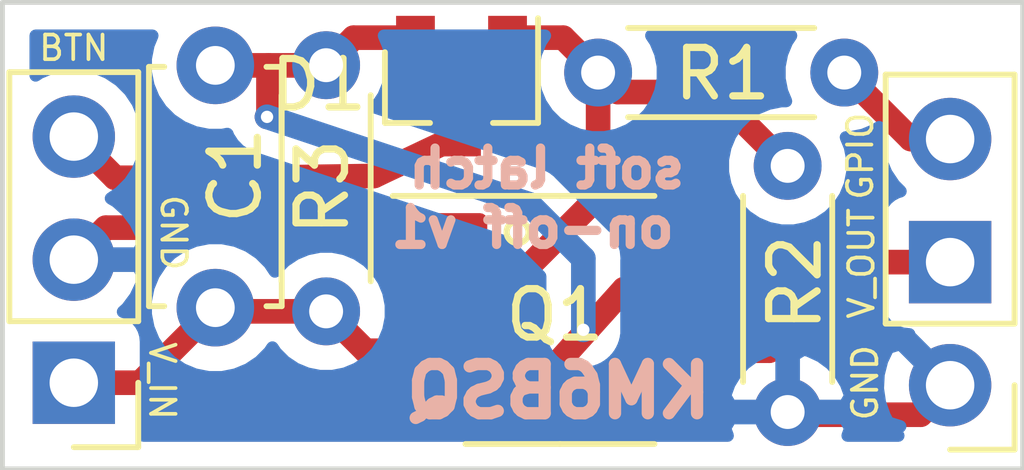
<source format=kicad_pcb>
(kicad_pcb (version 20171130) (host pcbnew "(5.1.12-1-10_14)")

  (general
    (thickness 1.6002)
    (drawings 14)
    (tracks 49)
    (zones 0)
    (modules 8)
    (nets 8)
  )

  (page USLetter)
  (title_block
    (rev 1)
  )

  (layers
    (0 Front signal hide)
    (31 Back signal)
    (34 B.Paste user hide)
    (35 F.Paste user hide)
    (36 B.SilkS user)
    (37 F.SilkS user hide)
    (38 B.Mask user hide)
    (39 F.Mask user hide)
    (44 Edge.Cuts user)
    (45 Margin user hide)
    (46 B.CrtYd user hide)
    (47 F.CrtYd user hide)
    (49 F.Fab user hide)
  )

  (setup
    (last_trace_width 0.508)
    (user_trace_width 0.254)
    (user_trace_width 0.508)
    (user_trace_width 0.762)
    (trace_clearance 0.1524)
    (zone_clearance 0.508)
    (zone_45_only no)
    (trace_min 0.1524)
    (via_size 0.508)
    (via_drill 0.254)
    (via_min_size 0.508)
    (via_min_drill 0.254)
    (user_via 0.6858 0.3302)
    (user_via 0.889 0.381)
    (uvia_size 0.6858)
    (uvia_drill 0.254)
    (uvias_allowed no)
    (uvia_min_size 0)
    (uvia_min_drill 0)
    (edge_width 0.0381)
    (segment_width 0.254)
    (pcb_text_width 0.3048)
    (pcb_text_size 1.524 1.524)
    (mod_edge_width 0.127)
    (mod_text_size 0.762 0.762)
    (mod_text_width 0.127)
    (pad_size 1.7 1.7)
    (pad_drill 1)
    (pad_to_mask_clearance 0)
    (aux_axis_origin 0 0)
    (visible_elements FEFFFF7F)
    (pcbplotparams
      (layerselection 0x010fc_ffffffff)
      (usegerberextensions false)
      (usegerberattributes false)
      (usegerberadvancedattributes false)
      (creategerberjobfile false)
      (excludeedgelayer true)
      (linewidth 0.152400)
      (plotframeref false)
      (viasonmask false)
      (mode 1)
      (useauxorigin false)
      (hpglpennumber 1)
      (hpglpenspeed 20)
      (hpglpendiameter 15.000000)
      (psnegative false)
      (psa4output false)
      (plotreference true)
      (plotvalue false)
      (plotinvisibletext false)
      (padsonsilk false)
      (subtractmaskfromsilk true)
      (outputformat 1)
      (mirror false)
      (drillshape 0)
      (scaleselection 1)
      (outputdirectory "./gerbers"))
  )

  (net 0 "")
  (net 1 "Net-(C1-Pad2)")
  (net 2 V_IN)
  (net 3 BTN)
  (net 4 "Net-(D1-Pad1)")
  (net 5 GND)
  (net 6 V_OUT)
  (net 7 GPIO)

  (net_class Default "This is the default net class."
    (clearance 0.1524)
    (trace_width 0.1524)
    (via_dia 0.508)
    (via_drill 0.254)
    (uvia_dia 0.6858)
    (uvia_drill 0.254)
    (diff_pair_width 0.1524)
    (diff_pair_gap 0.1524)
    (add_net BTN)
    (add_net GND)
    (add_net GPIO)
    (add_net "Net-(C1-Pad2)")
    (add_net "Net-(D1-Pad1)")
    (add_net V_IN)
    (add_net V_OUT)
  )

  (module Package_TO_SOT_SMD:SOT-23 (layer Front) (tedit 5A02FF57) (tstamp 619F7782)
    (at 132.1562 105.5878 270)
    (descr "SOT-23, Standard")
    (tags SOT-23)
    (path /61A0B32A)
    (attr smd)
    (fp_text reference D1 (at -0.0254 2.9464 180) (layer F.SilkS)
      (effects (font (size 1 1) (thickness 0.15)))
    )
    (fp_text value D_Schottky_x2_KCom_AAK (at 0 2.5 90) (layer F.Fab) hide
      (effects (font (size 1 1) (thickness 0.15)))
    )
    (fp_line (start -0.7 -0.95) (end -0.7 1.5) (layer F.Fab) (width 0.1))
    (fp_line (start -0.15 -1.52) (end 0.7 -1.52) (layer F.Fab) (width 0.1))
    (fp_line (start -0.7 -0.95) (end -0.15 -1.52) (layer F.Fab) (width 0.1))
    (fp_line (start 0.7 -1.52) (end 0.7 1.52) (layer F.Fab) (width 0.1))
    (fp_line (start -0.7 1.52) (end 0.7 1.52) (layer F.Fab) (width 0.1))
    (fp_line (start 0.76 1.58) (end 0.76 0.65) (layer F.SilkS) (width 0.12))
    (fp_line (start 0.76 -1.58) (end 0.76 -0.65) (layer F.SilkS) (width 0.12))
    (fp_line (start -1.7 -1.75) (end 1.7 -1.75) (layer F.CrtYd) (width 0.05))
    (fp_line (start 1.7 -1.75) (end 1.7 1.75) (layer F.CrtYd) (width 0.05))
    (fp_line (start 1.7 1.75) (end -1.7 1.75) (layer F.CrtYd) (width 0.05))
    (fp_line (start -1.7 1.75) (end -1.7 -1.75) (layer F.CrtYd) (width 0.05))
    (fp_line (start 0.76 -1.58) (end -1.4 -1.58) (layer F.SilkS) (width 0.12))
    (fp_line (start 0.76 1.58) (end -0.7 1.58) (layer F.SilkS) (width 0.12))
    (fp_text user %R (at -0.0254 -0.127) (layer F.Fab)
      (effects (font (size 0.5 0.5) (thickness 0.075)))
    )
    (pad 3 smd rect (at 1 0 270) (size 0.9 0.8) (layers Front F.Paste F.Mask)
      (net 3 BTN))
    (pad 2 smd rect (at -1 0.95 270) (size 0.9 0.8) (layers Front F.Paste F.Mask)
      (net 1 "Net-(C1-Pad2)"))
    (pad 1 smd rect (at -1 -0.95 270) (size 0.9 0.8) (layers Front F.Paste F.Mask)
      (net 4 "Net-(D1-Pad1)"))
    (model ${KISYS3DMOD}/Package_TO_SOT_SMD.3dshapes/SOT-23.wrl
      (at (xyz 0 0 0))
      (scale (xyz 1 1 1))
      (rotate (xyz 0 0 0))
    )
  )

  (module Resistor_THT:R_Axial_DIN0204_L3.6mm_D1.6mm_P5.08mm_Horizontal (layer Front) (tedit 5AE5139B) (tstamp 619F6FD8)
    (at 129.3622 110.236 90)
    (descr "Resistor, Axial_DIN0204 series, Axial, Horizontal, pin pitch=5.08mm, 0.167W, length*diameter=3.6*1.6mm^2, http://cdn-reichelt.de/documents/datenblatt/B400/1_4W%23YAG.pdf")
    (tags "Resistor Axial_DIN0204 series Axial Horizontal pin pitch 5.08mm 0.167W length 3.6mm diameter 1.6mm")
    (path /61A0A18A)
    (fp_text reference R3 (at 2.5654 -0.0762 90) (layer F.SilkS)
      (effects (font (size 1 1) (thickness 0.15)))
    )
    (fp_text value 100k (at 2.54 1.92 90) (layer F.Fab) hide
      (effects (font (size 1 1) (thickness 0.15)))
    )
    (fp_line (start 0.74 -0.8) (end 0.74 0.8) (layer F.Fab) (width 0.1))
    (fp_line (start 0.74 0.8) (end 4.34 0.8) (layer F.Fab) (width 0.1))
    (fp_line (start 4.34 0.8) (end 4.34 -0.8) (layer F.Fab) (width 0.1))
    (fp_line (start 4.34 -0.8) (end 0.74 -0.8) (layer F.Fab) (width 0.1))
    (fp_line (start 0 0) (end 0.74 0) (layer F.Fab) (width 0.1))
    (fp_line (start 5.08 0) (end 4.34 0) (layer F.Fab) (width 0.1))
    (fp_line (start 0.62 -0.92) (end 4.46 -0.92) (layer F.SilkS) (width 0.12))
    (fp_line (start 0.62 0.92) (end 4.46 0.92) (layer F.SilkS) (width 0.12))
    (fp_line (start -0.95 -1.05) (end -0.95 1.05) (layer F.CrtYd) (width 0.05))
    (fp_line (start -0.95 1.05) (end 6.03 1.05) (layer F.CrtYd) (width 0.05))
    (fp_line (start 6.03 1.05) (end 6.03 -1.05) (layer F.CrtYd) (width 0.05))
    (fp_line (start 6.03 -1.05) (end -0.95 -1.05) (layer F.CrtYd) (width 0.05))
    (fp_text user %R (at 2.54 0 90) (layer F.Fab)
      (effects (font (size 0.72 0.72) (thickness 0.108)))
    )
    (pad 2 thru_hole oval (at 5.08 0 90) (size 1.4 1.4) (drill 0.7) (layers *.Cu *.Mask)
      (net 1 "Net-(C1-Pad2)"))
    (pad 1 thru_hole circle (at 0 0 90) (size 1.4 1.4) (drill 0.7) (layers *.Cu *.Mask)
      (net 2 V_IN))
    (model ${KISYS3DMOD}/Resistor_THT.3dshapes/R_Axial_DIN0204_L3.6mm_D1.6mm_P5.08mm_Horizontal.wrl
      (at (xyz 0 0 0))
      (scale (xyz 1 1 1))
      (rotate (xyz 0 0 0))
    )
  )

  (module Resistor_THT:R_Axial_DIN0204_L3.6mm_D1.6mm_P5.08mm_Horizontal (layer Front) (tedit 5AE5139B) (tstamp 619F71A3)
    (at 138.8872 107.23372 270)
    (descr "Resistor, Axial_DIN0204 series, Axial, Horizontal, pin pitch=5.08mm, 0.167W, length*diameter=3.6*1.6mm^2, http://cdn-reichelt.de/documents/datenblatt/B400/1_4W%23YAG.pdf")
    (tags "Resistor Axial_DIN0204 series Axial Horizontal pin pitch 5.08mm 0.167W length 3.6mm diameter 1.6mm")
    (path /61A03D02)
    (fp_text reference R2 (at 2.413 -0.1524 90) (layer F.SilkS)
      (effects (font (size 1 1) (thickness 0.15)))
    )
    (fp_text value 1M (at 2.54 1.92 90) (layer F.Fab) hide
      (effects (font (size 1 1) (thickness 0.15)))
    )
    (fp_line (start 0.74 -0.8) (end 0.74 0.8) (layer F.Fab) (width 0.1))
    (fp_line (start 0.74 0.8) (end 4.34 0.8) (layer F.Fab) (width 0.1))
    (fp_line (start 4.34 0.8) (end 4.34 -0.8) (layer F.Fab) (width 0.1))
    (fp_line (start 4.34 -0.8) (end 0.74 -0.8) (layer F.Fab) (width 0.1))
    (fp_line (start 0 0) (end 0.74 0) (layer F.Fab) (width 0.1))
    (fp_line (start 5.08 0) (end 4.34 0) (layer F.Fab) (width 0.1))
    (fp_line (start 0.62 -0.92) (end 4.46 -0.92) (layer F.SilkS) (width 0.12))
    (fp_line (start 0.62 0.92) (end 4.46 0.92) (layer F.SilkS) (width 0.12))
    (fp_line (start -0.95 -1.05) (end -0.95 1.05) (layer F.CrtYd) (width 0.05))
    (fp_line (start -0.95 1.05) (end 6.03 1.05) (layer F.CrtYd) (width 0.05))
    (fp_line (start 6.03 1.05) (end 6.03 -1.05) (layer F.CrtYd) (width 0.05))
    (fp_line (start 6.03 -1.05) (end -0.95 -1.05) (layer F.CrtYd) (width 0.05))
    (fp_text user %R (at 2.54 0 90) (layer F.Fab)
      (effects (font (size 0.72 0.72) (thickness 0.108)))
    )
    (pad 2 thru_hole oval (at 5.08 0 270) (size 1.4 1.4) (drill 0.7) (layers *.Cu *.Mask)
      (net 5 GND))
    (pad 1 thru_hole circle (at 0 0 270) (size 1.4 1.4) (drill 0.7) (layers *.Cu *.Mask)
      (net 4 "Net-(D1-Pad1)"))
    (model ${KISYS3DMOD}/Resistor_THT.3dshapes/R_Axial_DIN0204_L3.6mm_D1.6mm_P5.08mm_Horizontal.wrl
      (at (xyz 0 0 0))
      (scale (xyz 1 1 1))
      (rotate (xyz 0 0 0))
    )
  )

  (module Resistor_THT:R_Axial_DIN0204_L3.6mm_D1.6mm_P5.08mm_Horizontal (layer Front) (tedit 5AE5139B) (tstamp 619F5AEC)
    (at 134.9756 105.3084)
    (descr "Resistor, Axial_DIN0204 series, Axial, Horizontal, pin pitch=5.08mm, 0.167W, length*diameter=3.6*1.6mm^2, http://cdn-reichelt.de/documents/datenblatt/B400/1_4W%23YAG.pdf")
    (tags "Resistor Axial_DIN0204 series Axial Horizontal pin pitch 5.08mm 0.167W length 3.6mm diameter 1.6mm")
    (path /61A06E13)
    (fp_text reference R1 (at 2.5654 0.0254) (layer F.SilkS)
      (effects (font (size 1 1) (thickness 0.15)))
    )
    (fp_text value 330 (at 2.54 1.92) (layer F.Fab) hide
      (effects (font (size 1 1) (thickness 0.15)))
    )
    (fp_line (start 0.74 -0.8) (end 0.74 0.8) (layer F.Fab) (width 0.1))
    (fp_line (start 0.74 0.8) (end 4.34 0.8) (layer F.Fab) (width 0.1))
    (fp_line (start 4.34 0.8) (end 4.34 -0.8) (layer F.Fab) (width 0.1))
    (fp_line (start 4.34 -0.8) (end 0.74 -0.8) (layer F.Fab) (width 0.1))
    (fp_line (start 0 0) (end 0.74 0) (layer F.Fab) (width 0.1))
    (fp_line (start 5.08 0) (end 4.34 0) (layer F.Fab) (width 0.1))
    (fp_line (start 0.62 -0.92) (end 4.46 -0.92) (layer F.SilkS) (width 0.12))
    (fp_line (start 0.62 0.92) (end 4.46 0.92) (layer F.SilkS) (width 0.12))
    (fp_line (start -0.95 -1.05) (end -0.95 1.05) (layer F.CrtYd) (width 0.05))
    (fp_line (start -0.95 1.05) (end 6.03 1.05) (layer F.CrtYd) (width 0.05))
    (fp_line (start 6.03 1.05) (end 6.03 -1.05) (layer F.CrtYd) (width 0.05))
    (fp_line (start 6.03 -1.05) (end -0.95 -1.05) (layer F.CrtYd) (width 0.05))
    (fp_text user %R (at 2.0828 -0.0762) (layer F.Fab)
      (effects (font (size 0.72 0.72) (thickness 0.108)))
    )
    (pad 2 thru_hole oval (at 5.08 0) (size 1.4 1.4) (drill 0.7) (layers *.Cu *.Mask)
      (net 7 GPIO))
    (pad 1 thru_hole circle (at 0 0) (size 1.4 1.4) (drill 0.7) (layers *.Cu *.Mask)
      (net 4 "Net-(D1-Pad1)"))
    (model ${KISYS3DMOD}/Resistor_THT.3dshapes/R_Axial_DIN0204_L3.6mm_D1.6mm_P5.08mm_Horizontal.wrl
      (at (xyz 0 0 0))
      (scale (xyz 1 1 1))
      (rotate (xyz 0 0 0))
    )
  )

  (module Package_SO:SOIC-8_3.9x4.9mm_P1.27mm (layer Front) (tedit 5D9F72B1) (tstamp 619F5AD9)
    (at 134.1882 110.4138)
    (descr "SOIC, 8 Pin (JEDEC MS-012AA, https://www.analog.com/media/en/package-pcb-resources/package/pkg_pdf/soic_narrow-r/r_8.pdf), generated with kicad-footprint-generator ipc_gullwing_generator.py")
    (tags "SOIC SO")
    (path /619F3F89)
    (attr smd)
    (fp_text reference Q1 (at -0.1016 -0.1016) (layer F.SilkS)
      (effects (font (size 1 1) (thickness 0.15)))
    )
    (fp_text value SI9942DY (at 0 3.4) (layer F.Fab) hide
      (effects (font (size 1 1) (thickness 0.15)))
    )
    (fp_line (start 0 2.56) (end 1.95 2.56) (layer F.SilkS) (width 0.12))
    (fp_line (start 0 2.56) (end -1.95 2.56) (layer F.SilkS) (width 0.12))
    (fp_line (start 0 -2.56) (end 1.95 -2.56) (layer F.SilkS) (width 0.12))
    (fp_line (start 0 -2.56) (end -3.45 -2.56) (layer F.SilkS) (width 0.12))
    (fp_line (start -0.975 -2.45) (end 1.95 -2.45) (layer F.Fab) (width 0.1))
    (fp_line (start 1.95 -2.45) (end 1.95 2.45) (layer F.Fab) (width 0.1))
    (fp_line (start 1.95 2.45) (end -1.95 2.45) (layer F.Fab) (width 0.1))
    (fp_line (start -1.95 2.45) (end -1.95 -1.475) (layer F.Fab) (width 0.1))
    (fp_line (start -1.95 -1.475) (end -0.975 -2.45) (layer F.Fab) (width 0.1))
    (fp_line (start -3.7 -2.7) (end -3.7 2.7) (layer F.CrtYd) (width 0.05))
    (fp_line (start -3.7 2.7) (end 3.7 2.7) (layer F.CrtYd) (width 0.05))
    (fp_line (start 3.7 2.7) (end 3.7 -2.7) (layer F.CrtYd) (width 0.05))
    (fp_line (start 3.7 -2.7) (end -3.7 -2.7) (layer F.CrtYd) (width 0.05))
    (fp_text user %R (at 0 0) (layer F.Fab)
      (effects (font (size 0.98 0.98) (thickness 0.15)))
    )
    (pad 8 smd roundrect (at 2.475 -1.905) (size 1.95 0.6) (layers Front F.Paste F.Mask) (roundrect_rratio 0.25)
      (net 1 "Net-(C1-Pad2)"))
    (pad 7 smd roundrect (at 2.475 -0.635) (size 1.95 0.6) (layers Front F.Paste F.Mask) (roundrect_rratio 0.25)
      (net 1 "Net-(C1-Pad2)"))
    (pad 6 smd roundrect (at 2.475 0.635) (size 1.95 0.6) (layers Front F.Paste F.Mask) (roundrect_rratio 0.25)
      (net 6 V_OUT))
    (pad 5 smd roundrect (at 2.475 1.905) (size 1.95 0.6) (layers Front F.Paste F.Mask) (roundrect_rratio 0.25)
      (net 6 V_OUT))
    (pad 4 smd roundrect (at -2.475 1.905) (size 1.95 0.6) (layers Front F.Paste F.Mask) (roundrect_rratio 0.25)
      (net 1 "Net-(C1-Pad2)"))
    (pad 3 smd roundrect (at -2.475 0.635) (size 1.95 0.6) (layers Front F.Paste F.Mask) (roundrect_rratio 0.25)
      (net 2 V_IN))
    (pad 2 smd roundrect (at -2.475 -0.635) (size 1.95 0.6) (layers Front F.Paste F.Mask) (roundrect_rratio 0.25)
      (net 4 "Net-(D1-Pad1)"))
    (pad 1 smd roundrect (at -2.475 -1.905) (size 1.95 0.6) (layers Front F.Paste F.Mask) (roundrect_rratio 0.25)
      (net 5 GND))
    (model ${KISYS3DMOD}/Package_SO.3dshapes/SOIC-8_3.9x4.9mm_P1.27mm.wrl
      (at (xyz 0 0 0))
      (scale (xyz 1 1 1))
      (rotate (xyz 0 0 0))
    )
  )

  (module Capacitor_THT:C_Disc_D4.7mm_W2.5mm_P5.00mm (layer Front) (tedit 5AE50EF0) (tstamp 619F6368)
    (at 127.0762 110.1598 90)
    (descr "C, Disc series, Radial, pin pitch=5.00mm, , diameter*width=4.7*2.5mm^2, Capacitor, http://www.vishay.com/docs/45233/krseries.pdf")
    (tags "C Disc series Radial pin pitch 5.00mm  diameter 4.7mm width 2.5mm Capacitor")
    (path /61A027E5)
    (fp_text reference C1 (at 2.72796 0.41148 90) (layer F.SilkS)
      (effects (font (size 1 1) (thickness 0.15)))
    )
    (fp_text value 10nF (at 2.5 2.5 90) (layer F.Fab) hide
      (effects (font (size 1 1) (thickness 0.15)))
    )
    (fp_line (start 0.15 -1.25) (end 0.15 1.25) (layer F.Fab) (width 0.1))
    (fp_line (start 0.15 1.25) (end 4.85 1.25) (layer F.Fab) (width 0.1))
    (fp_line (start 4.85 1.25) (end 4.85 -1.25) (layer F.Fab) (width 0.1))
    (fp_line (start 4.85 -1.25) (end 0.15 -1.25) (layer F.Fab) (width 0.1))
    (fp_line (start 0.03 -1.37) (end 4.97 -1.37) (layer F.SilkS) (width 0.12))
    (fp_line (start 0.03 1.37) (end 4.97 1.37) (layer F.SilkS) (width 0.12))
    (fp_line (start 0.03 -1.37) (end 0.03 -1.055) (layer F.SilkS) (width 0.12))
    (fp_line (start 0.03 1.055) (end 0.03 1.37) (layer F.SilkS) (width 0.12))
    (fp_line (start 4.97 -1.37) (end 4.97 -1.055) (layer F.SilkS) (width 0.12))
    (fp_line (start 4.97 1.055) (end 4.97 1.37) (layer F.SilkS) (width 0.12))
    (fp_line (start -1.05 -1.5) (end -1.05 1.5) (layer F.CrtYd) (width 0.05))
    (fp_line (start -1.05 1.5) (end 6.05 1.5) (layer F.CrtYd) (width 0.05))
    (fp_line (start 6.05 1.5) (end 6.05 -1.5) (layer F.CrtYd) (width 0.05))
    (fp_line (start 6.05 -1.5) (end -1.05 -1.5) (layer F.CrtYd) (width 0.05))
    (fp_text user %R (at 2.5 0 90) (layer F.Fab)
      (effects (font (size 0.94 0.94) (thickness 0.141)))
    )
    (pad 2 thru_hole circle (at 5 0 90) (size 1.6 1.6) (drill 0.8) (layers *.Cu *.Mask)
      (net 1 "Net-(C1-Pad2)"))
    (pad 1 thru_hole circle (at 0 0 90) (size 1.6 1.6) (drill 0.8) (layers *.Cu *.Mask)
      (net 2 V_IN))
    (model ${KISYS3DMOD}/Capacitor_THT.3dshapes/C_Disc_D4.7mm_W2.5mm_P5.00mm.wrl
      (at (xyz 0 0 0))
      (scale (xyz 1 1 1))
      (rotate (xyz 0 0 0))
    )
  )

  (module Connector_PinHeader_2.54mm:PinHeader_1x03_P2.54mm_Vertical (layer Front) (tedit 619F6157) (tstamp 619F7365)
    (at 142.24 111.76 180)
    (descr "Through hole straight pin header, 1x03, 2.54mm pitch, single row")
    (tags "Through hole pin header THT 1x03 2.54mm single row")
    (path /61A07BDE)
    (fp_text reference J2 (at 1.0414 -3.2766) (layer F.SilkS) hide
      (effects (font (size 1 1) (thickness 0.15)))
    )
    (fp_text value Conn_01x03 (at 0 7.41) (layer F.Fab) hide
      (effects (font (size 1 1) (thickness 0.15)))
    )
    (fp_line (start -0.635 -1.27) (end 1.27 -1.27) (layer F.Fab) (width 0.1))
    (fp_line (start 1.27 -1.27) (end 1.27 6.35) (layer F.Fab) (width 0.1))
    (fp_line (start 1.27 6.35) (end -1.27 6.35) (layer F.Fab) (width 0.1))
    (fp_line (start -1.27 6.35) (end -1.27 -0.635) (layer F.Fab) (width 0.1))
    (fp_line (start -1.27 -0.635) (end -0.635 -1.27) (layer F.Fab) (width 0.1))
    (fp_line (start -1.33 6.41) (end 1.33 6.41) (layer F.SilkS) (width 0.12))
    (fp_line (start -1.33 1.27) (end -1.33 6.41) (layer F.SilkS) (width 0.12))
    (fp_line (start 1.33 1.27) (end 1.33 6.41) (layer F.SilkS) (width 0.12))
    (fp_line (start -1.33 1.27) (end 1.33 1.27) (layer F.SilkS) (width 0.12))
    (fp_line (start -1.33 0) (end -1.33 -1.33) (layer F.SilkS) (width 0.12))
    (fp_line (start -1.33 -1.33) (end 0 -1.33) (layer F.SilkS) (width 0.12))
    (fp_line (start -1.8 -1.8) (end -1.8 6.85) (layer F.CrtYd) (width 0.05))
    (fp_line (start -1.8 6.85) (end 1.8 6.85) (layer F.CrtYd) (width 0.05))
    (fp_line (start 1.8 6.85) (end 1.8 -1.8) (layer F.CrtYd) (width 0.05))
    (fp_line (start 1.8 -1.8) (end -1.8 -1.8) (layer F.CrtYd) (width 0.05))
    (fp_text user %R (at 0 2.54 90) (layer F.Fab)
      (effects (font (size 1 1) (thickness 0.15)))
    )
    (pad 3 thru_hole oval (at 0 5.08 180) (size 1.7 1.7) (drill 1) (layers *.Cu *.Mask)
      (net 7 GPIO))
    (pad 2 thru_hole rect (at 0 2.54 180) (size 1.7 1.7) (drill 1) (layers *.Cu *.Mask)
      (net 6 V_OUT))
    (pad 1 thru_hole circle (at 0 0 180) (size 1.7 1.7) (drill 1) (layers *.Cu *.Mask)
      (net 5 GND))
    (model ${KISYS3DMOD}/Connector_PinHeader_2.54mm.3dshapes/PinHeader_1x03_P2.54mm_Vertical.wrl
      (at (xyz 0 0 0))
      (scale (xyz 1 1 1))
      (rotate (xyz 0 0 0))
    )
  )

  (module Connector_PinHeader_2.54mm:PinHeader_1x03_P2.54mm_Vertical (layer Front) (tedit 59FED5CC) (tstamp 619F70EE)
    (at 124.1552 111.7092 180)
    (descr "Through hole straight pin header, 1x03, 2.54mm pitch, single row")
    (tags "Through hole pin header THT 1x03 2.54mm single row")
    (path /61A1AA6C)
    (fp_text reference J1 (at -1.5748 -3.0988) (layer F.SilkS) hide
      (effects (font (size 1 1) (thickness 0.15)))
    )
    (fp_text value Conn_01x03 (at 0 7.41) (layer F.Fab) hide
      (effects (font (size 1 1) (thickness 0.15)))
    )
    (fp_line (start -0.635 -1.27) (end 1.27 -1.27) (layer F.Fab) (width 0.1))
    (fp_line (start 1.27 -1.27) (end 1.27 6.35) (layer F.Fab) (width 0.1))
    (fp_line (start 1.27 6.35) (end -1.27 6.35) (layer F.Fab) (width 0.1))
    (fp_line (start -1.27 6.35) (end -1.27 -0.635) (layer F.Fab) (width 0.1))
    (fp_line (start -1.27 -0.635) (end -0.635 -1.27) (layer F.Fab) (width 0.1))
    (fp_line (start -1.33 6.41) (end 1.33 6.41) (layer F.SilkS) (width 0.12))
    (fp_line (start -1.33 1.27) (end -1.33 6.41) (layer F.SilkS) (width 0.12))
    (fp_line (start 1.33 1.27) (end 1.33 6.41) (layer F.SilkS) (width 0.12))
    (fp_line (start -1.33 1.27) (end 1.33 1.27) (layer F.SilkS) (width 0.12))
    (fp_line (start -1.33 0) (end -1.33 -1.33) (layer F.SilkS) (width 0.12))
    (fp_line (start -1.33 -1.33) (end 0 -1.33) (layer F.SilkS) (width 0.12))
    (fp_line (start -1.8 -1.8) (end -1.8 6.85) (layer F.CrtYd) (width 0.05))
    (fp_line (start -1.8 6.85) (end 1.8 6.85) (layer F.CrtYd) (width 0.05))
    (fp_line (start 1.8 6.85) (end 1.8 -1.8) (layer F.CrtYd) (width 0.05))
    (fp_line (start 1.8 -1.8) (end -1.8 -1.8) (layer F.CrtYd) (width 0.05))
    (fp_text user %R (at 0 2.54 90) (layer F.Fab)
      (effects (font (size 1 1) (thickness 0.15)))
    )
    (pad 3 thru_hole oval (at 0 5.08 180) (size 1.7 1.7) (drill 1) (layers *.Cu *.Mask)
      (net 3 BTN))
    (pad 2 thru_hole oval (at 0 2.54 180) (size 1.7 1.7) (drill 1) (layers *.Cu *.Mask)
      (net 5 GND))
    (pad 1 thru_hole rect (at 0 0 180) (size 1.7 1.7) (drill 1) (layers *.Cu *.Mask)
      (net 2 V_IN))
    (model ${KISYS3DMOD}/Connector_PinHeader_2.54mm.3dshapes/PinHeader_1x03_P2.54mm_Vertical.wrl
      (at (xyz 0 0 0))
      (scale (xyz 1 1 1))
      (rotate (xyz 0 0 0))
    )
  )

  (gr_circle (center 132.88264 114.95532) (end 132.82676 114.70132) (layer F.SilkS) (width 0.127))
  (gr_circle (center 133.31444 108.60024) (end 133.46684 108.76788) (layer F.SilkS) (width 0.127))
  (gr_text KM6BSQ (at 134.1628 111.88192) (layer B.SilkS)
    (effects (font (size 1.016 1.016) (thickness 0.254)) (justify mirror))
  )
  (gr_text GND (at 126.2126 108.6104 -90) (layer F.SilkS)
    (effects (font (size 0.508 0.508) (thickness 0.0762)))
  )
  (gr_text BTN (at 124.1552 104.8004) (layer F.SilkS)
    (effects (font (size 0.508 0.508) (thickness 0.0762)))
  )
  (gr_text V_IN (at 125.97892 111.67364 -90) (layer F.SilkS)
    (effects (font (size 0.508 0.508) (thickness 0.0762)))
  )
  (gr_text GPIO (at 140.3858 107.0356 90) (layer F.SilkS)
    (effects (font (size 0.508 0.508) (thickness 0.0762)))
  )
  (gr_text V_OUT (at 140.4112 109.2454 90) (layer F.SilkS)
    (effects (font (size 0.508 0.508) (thickness 0.0762)))
  )
  (gr_text GND (at 140.4874 111.7092 90) (layer F.SilkS)
    (effects (font (size 0.508 0.508) (thickness 0.0762)))
  )
  (gr_text "soft latch \non-off v1" (at 133.62432 107.8992) (layer B.SilkS)
    (effects (font (size 0.762 0.762) (thickness 0.1905)) (justify mirror))
  )
  (gr_line (start 143.7386 103.8606) (end 143.7386 113.4872) (layer Edge.Cuts) (width 0.1))
  (gr_line (start 122.682 103.8606) (end 143.7386 103.8606) (layer Edge.Cuts) (width 0.1) (tstamp 619F6D9F))
  (gr_line (start 122.682 113.4872) (end 122.682 103.8606) (layer Edge.Cuts) (width 0.1))
  (gr_line (start 143.7386 113.4872) (end 122.682 113.4872) (layer Edge.Cuts) (width 0.1))

  (segment (start 136.6632 109.7788) (end 136.6632 108.5088) (width 0.508) (layer Front) (net 1))
  (segment (start 129.3584 105.1598) (end 129.3622 105.156) (width 0.508) (layer Front) (net 1))
  (segment (start 129.3716 105.1466) (end 129.3622 105.156) (width 0.508) (layer Front) (net 1))
  (segment (start 127.0762 105.1598) (end 128.1722 105.1598) (width 0.508) (layer Front) (net 1))
  (segment (start 128.1722 105.1598) (end 129.3584 105.1598) (width 0.508) (layer Front) (net 1))
  (via (at 128.143 106.2228) (size 0.508) (drill 0.254) (layers Front Back) (net 1))
  (segment (start 128.1722 106.1936) (end 128.143 106.2228) (width 0.508) (layer Front) (net 1))
  (segment (start 128.1722 105.1598) (end 128.1722 106.1936) (width 0.508) (layer Front) (net 1))
  (segment (start 131.7386 112.3442) (end 131.7132 112.3188) (width 0.508) (layer Front) (net 1))
  (via (at 134.6708 110.617) (size 0.508) (drill 0.254) (layers Front Back) (net 1))
  (segment (start 129.9304 104.5878) (end 129.3622 105.156) (width 0.508) (layer Front) (net 1))
  (segment (start 131.2062 104.5878) (end 129.9304 104.5878) (width 0.508) (layer Front) (net 1))
  (segment (start 135.509 109.7788) (end 136.6632 109.7788) (width 0.508) (layer Front) (net 1))
  (segment (start 133.212232 112.333432) (end 135.509 109.7788) (width 0.508) (layer Front) (net 1))
  (segment (start 131.727832 112.333432) (end 131.7132 112.3188) (width 0.508) (layer Front) (net 1))
  (segment (start 133.212232 112.333432) (end 131.727832 112.333432) (width 0.508) (layer Front) (net 1))
  (segment (start 133.5532 108.0262) (end 128.143 106.2228) (width 0.508) (layer Back) (net 1))
  (segment (start 134.6708 109.1438) (end 133.5532 108.0262) (width 0.508) (layer Back) (net 1))
  (segment (start 134.6708 110.617) (end 134.6708 109.1438) (width 0.508) (layer Back) (net 1))
  (segment (start 125.5268 111.7092) (end 127.0762 110.1598) (width 0.508) (layer Front) (net 2))
  (segment (start 124.1552 111.7092) (end 125.5268 111.7092) (width 0.508) (layer Front) (net 2))
  (segment (start 127.1524 110.236) (end 127.0762 110.1598) (width 0.508) (layer Front) (net 2))
  (segment (start 129.3622 110.236) (end 127.1524 110.236) (width 0.508) (layer Front) (net 2))
  (segment (start 130.175 111.0488) (end 129.3622 110.236) (width 0.508) (layer Front) (net 2))
  (segment (start 131.7132 111.0488) (end 130.175 111.0488) (width 0.508) (layer Front) (net 2))
  (segment (start 127.863995 107.479199) (end 125.005199 107.479199) (width 0.508) (layer Front) (net 3))
  (segment (start 130.3528 107.442) (end 127.863995 107.479199) (width 0.508) (layer Front) (net 3))
  (segment (start 125.005199 107.479199) (end 124.1552 106.6292) (width 0.508) (layer Front) (net 3))
  (segment (start 132.1562 106.5878) (end 130.3528 107.442) (width 0.508) (layer Front) (net 3))
  (segment (start 131.7132 109.7788) (end 133.0706 109.7788) (width 0.508) (layer Front) (net 4))
  (segment (start 138.8872 107.23372) (end 137.3632 105.70972) (width 0.508) (layer Front) (net 4))
  (segment (start 135.37692 105.70972) (end 134.9756 105.3084) (width 0.508) (layer Front) (net 4))
  (segment (start 137.3632 105.70972) (end 135.37692 105.70972) (width 0.508) (layer Front) (net 4))
  (segment (start 134.8138 105.1466) (end 134.9756 105.3084) (width 0.508) (layer Front) (net 4))
  (segment (start 134.9756 107.8738) (end 134.9756 105.3084) (width 0.508) (layer Front) (net 4))
  (segment (start 133.0706 109.7788) (end 134.9756 107.8738) (width 0.508) (layer Front) (net 4))
  (segment (start 134.255 104.5878) (end 134.9756 105.3084) (width 0.508) (layer Front) (net 4))
  (segment (start 133.1062 104.5878) (end 134.255 104.5878) (width 0.508) (layer Front) (net 4))
  (segment (start 138.94308 112.3696) (end 138.8872 112.31372) (width 0.508) (layer Front) (net 5))
  (segment (start 141.6304 112.3696) (end 138.94308 112.3696) (width 0.508) (layer Front) (net 5))
  (segment (start 142.24 111.76) (end 141.6304 112.3696) (width 0.508) (layer Front) (net 5))
  (segment (start 124.8156 108.5088) (end 124.1552 109.1692) (width 0.508) (layer Front) (net 5))
  (segment (start 131.7132 108.5088) (end 124.8156 108.5088) (width 0.508) (layer Front) (net 5))
  (segment (start 136.6632 111.0488) (end 136.6632 112.3188) (width 0.508) (layer Front) (net 6))
  (segment (start 140.335 109.22) (end 142.24 109.22) (width 0.508) (layer Front) (net 6))
  (segment (start 138.5062 111.0488) (end 140.335 109.22) (width 0.508) (layer Front) (net 6))
  (segment (start 136.6632 111.0488) (end 138.5062 111.0488) (width 0.508) (layer Front) (net 6))
  (segment (start 141.4272 106.68) (end 140.0556 105.3084) (width 0.508) (layer Front) (net 7))
  (segment (start 142.24 106.68) (end 141.4272 106.68) (width 0.508) (layer Front) (net 7))

  (zone (net 5) (net_name GND) (layer Back) (tstamp 619F7519) (hatch edge 0.508)
    (connect_pads (clearance 0.508))
    (min_thickness 0.254)
    (fill yes (arc_segments 32) (thermal_gap 0.508) (thermal_bridge_width 0.508))
    (polygon
      (pts
        (xy 143.5862 113.2586) (xy 122.8598 113.3094) (xy 122.8852 104.013) (xy 143.5862 104.013)
      )
    )
    (filled_polygon
      (pts
        (xy 125.696347 104.741226) (xy 125.6412 105.018465) (xy 125.6412 105.301135) (xy 125.696347 105.578374) (xy 125.80452 105.839527)
        (xy 125.961563 106.074559) (xy 126.161441 106.274437) (xy 126.396473 106.43148) (xy 126.657626 106.539653) (xy 126.934865 106.5948)
        (xy 127.217535 106.5948) (xy 127.325285 106.573367) (xy 127.344008 106.622296) (xy 127.350507 106.632621) (xy 127.355179 106.643899)
        (xy 127.397107 106.706649) (xy 127.437298 106.770496) (xy 127.445689 106.779356) (xy 127.452469 106.789504) (xy 127.505826 106.842861)
        (xy 127.557708 106.897648) (xy 127.567667 106.904702) (xy 127.576296 106.913331) (xy 127.639049 106.955261) (xy 127.700611 106.998865)
        (xy 127.71175 107.003838) (xy 127.721901 107.010621) (xy 127.791651 107.039513) (xy 127.820448 107.05237) (xy 127.831935 107.056199)
        (xy 127.883688 107.077636) (xy 127.914829 107.08383) (xy 133.072979 108.803214) (xy 133.781801 109.512036) (xy 133.7818 110.529441)
        (xy 133.7818 110.704559) (xy 133.790363 110.74761) (xy 133.794664 110.791273) (xy 133.8074 110.83326) (xy 133.815964 110.876312)
        (xy 133.83276 110.91686) (xy 133.845497 110.95885) (xy 133.866184 110.997552) (xy 133.882979 111.038099) (xy 133.907361 111.074589)
        (xy 133.928047 111.11329) (xy 133.955885 111.147211) (xy 133.980269 111.183704) (xy 134.011302 111.214737) (xy 134.039141 111.248659)
        (xy 134.073064 111.276499) (xy 134.104096 111.307531) (xy 134.140585 111.331912) (xy 134.174509 111.359753) (xy 134.213215 111.380442)
        (xy 134.249701 111.404821) (xy 134.290243 111.421614) (xy 134.328949 111.442303) (xy 134.370943 111.455041) (xy 134.411488 111.471836)
        (xy 134.454537 111.480399) (xy 134.496526 111.493136) (xy 134.540191 111.497437) (xy 134.583241 111.506) (xy 134.627133 111.506)
        (xy 134.6708 111.510301) (xy 134.714467 111.506) (xy 134.758359 111.506) (xy 134.80141 111.497437) (xy 134.845073 111.493136)
        (xy 134.88706 111.4804) (xy 134.930112 111.471836) (xy 134.97066 111.45504) (xy 135.01265 111.442303) (xy 135.051352 111.421616)
        (xy 135.091899 111.404821) (xy 135.128389 111.380439) (xy 135.16709 111.359753) (xy 135.201011 111.331915) (xy 135.237504 111.307531)
        (xy 135.268537 111.276498) (xy 135.302459 111.248659) (xy 135.330299 111.214736) (xy 135.361331 111.183704) (xy 135.385712 111.147215)
        (xy 135.413553 111.113291) (xy 135.434242 111.074585) (xy 135.458621 111.038099) (xy 135.475414 110.997557) (xy 135.496103 110.958851)
        (xy 135.508841 110.916857) (xy 135.525636 110.876312) (xy 135.534199 110.833263) (xy 135.546936 110.791274) (xy 135.551237 110.747609)
        (xy 135.5598 110.704559) (xy 135.5598 109.187459) (xy 135.5641 109.143799) (xy 135.5598 109.100139) (xy 135.5598 109.100133)
        (xy 135.546936 108.969526) (xy 135.546936 108.969524) (xy 135.516096 108.867858) (xy 135.496103 108.801949) (xy 135.413553 108.647509)
        (xy 135.302459 108.512141) (xy 135.268541 108.484305) (xy 134.190392 107.406157) (xy 134.138492 107.351351) (xy 134.092773 107.318969)
        (xy 134.049491 107.283448) (xy 134.021499 107.268486) (xy 133.995589 107.250134) (xy 133.944441 107.227297) (xy 133.895052 107.200898)
        (xy 133.82289 107.179008) (xy 130.376097 106.030078) (xy 130.399162 106.007013) (xy 130.545261 105.788359) (xy 130.645896 105.545405)
        (xy 130.6972 105.287486) (xy 130.6972 105.024514) (xy 130.645896 104.766595) (xy 130.554357 104.5456) (xy 133.879696 104.5456)
        (xy 133.792539 104.676041) (xy 133.691904 104.918995) (xy 133.6406 105.176914) (xy 133.6406 105.439886) (xy 133.691904 105.697805)
        (xy 133.792539 105.940759) (xy 133.938638 106.159413) (xy 134.124587 106.345362) (xy 134.343241 106.491461) (xy 134.586195 106.592096)
        (xy 134.844114 106.6434) (xy 135.107086 106.6434) (xy 135.365005 106.592096) (xy 135.607959 106.491461) (xy 135.826613 106.345362)
        (xy 136.012562 106.159413) (xy 136.158661 105.940759) (xy 136.259296 105.697805) (xy 136.3106 105.439886) (xy 136.3106 105.176914)
        (xy 136.259296 104.918995) (xy 136.158661 104.676041) (xy 136.071504 104.5456) (xy 138.959696 104.5456) (xy 138.872539 104.676041)
        (xy 138.771904 104.918995) (xy 138.7206 105.176914) (xy 138.7206 105.439886) (xy 138.771904 105.697805) (xy 138.855126 105.89872)
        (xy 138.755714 105.89872) (xy 138.497795 105.950024) (xy 138.254841 106.050659) (xy 138.036187 106.196758) (xy 137.850238 106.382707)
        (xy 137.704139 106.601361) (xy 137.603504 106.844315) (xy 137.5522 107.102234) (xy 137.5522 107.365206) (xy 137.603504 107.623125)
        (xy 137.704139 107.866079) (xy 137.850238 108.084733) (xy 138.036187 108.270682) (xy 138.254841 108.416781) (xy 138.497795 108.517416)
        (xy 138.755714 108.56872) (xy 139.018686 108.56872) (xy 139.276605 108.517416) (xy 139.519559 108.416781) (xy 139.738213 108.270682)
        (xy 139.924162 108.084733) (xy 140.070261 107.866079) (xy 140.170896 107.623125) (xy 140.2222 107.365206) (xy 140.2222 107.102234)
        (xy 140.170896 106.844315) (xy 140.087674 106.6434) (xy 140.187086 106.6434) (xy 140.445005 106.592096) (xy 140.687959 106.491461)
        (xy 140.774975 106.433319) (xy 140.755 106.53374) (xy 140.755 106.82626) (xy 140.812068 107.113158) (xy 140.92401 107.383411)
        (xy 141.086525 107.626632) (xy 141.21838 107.758487) (xy 141.14582 107.780498) (xy 141.035506 107.839463) (xy 140.938815 107.918815)
        (xy 140.859463 108.015506) (xy 140.800498 108.12582) (xy 140.764188 108.245518) (xy 140.751928 108.37) (xy 140.751928 110.07)
        (xy 140.764188 110.194482) (xy 140.800498 110.31418) (xy 140.859463 110.424494) (xy 140.938815 110.521185) (xy 141.035506 110.600537)
        (xy 141.14582 110.659502) (xy 141.265518 110.695812) (xy 141.39 110.708072) (xy 141.398542 110.708072) (xy 141.391208 110.731603)
        (xy 142.24 111.580395) (xy 142.254143 111.566253) (xy 142.433748 111.745858) (xy 142.419605 111.76) (xy 142.433748 111.774143)
        (xy 142.254143 111.953748) (xy 142.24 111.939605) (xy 142.225858 111.953748) (xy 142.046253 111.774143) (xy 142.060395 111.76)
        (xy 141.211603 110.911208) (xy 140.962528 110.988843) (xy 140.836629 111.252883) (xy 140.764661 111.536411) (xy 140.749389 111.828531)
        (xy 140.791401 112.118019) (xy 140.889081 112.393747) (xy 140.962528 112.531157) (xy 141.211601 112.608791) (xy 141.095496 112.724896)
        (xy 141.1728 112.8022) (xy 140.123195 112.8022) (xy 140.179922 112.64705) (xy 140.057401 112.44072) (xy 139.0142 112.44072)
        (xy 139.0142 112.46072) (xy 138.7602 112.46072) (xy 138.7602 112.44072) (xy 137.716999 112.44072) (xy 137.594478 112.64705)
        (xy 137.651205 112.8022) (xy 125.59506 112.8022) (xy 125.631012 112.683682) (xy 125.643272 112.5592) (xy 125.643272 111.98039)
        (xy 137.594478 111.98039) (xy 137.716999 112.18672) (xy 138.7602 112.18672) (xy 138.7602 111.144346) (xy 139.0142 111.144346)
        (xy 139.0142 112.18672) (xy 140.057401 112.18672) (xy 140.179922 111.98039) (xy 140.090053 111.734597) (xy 139.953959 111.51106)
        (xy 139.77687 111.318369) (xy 139.565592 111.163928) (xy 139.328244 111.053673) (xy 139.220529 111.021004) (xy 139.0142 111.144346)
        (xy 138.7602 111.144346) (xy 138.553871 111.021004) (xy 138.446156 111.053673) (xy 138.208808 111.163928) (xy 137.99753 111.318369)
        (xy 137.820441 111.51106) (xy 137.684347 111.734597) (xy 137.594478 111.98039) (xy 125.643272 111.98039) (xy 125.643272 110.8592)
        (xy 125.631012 110.734718) (xy 125.594702 110.61502) (xy 125.535737 110.504706) (xy 125.456385 110.408015) (xy 125.359694 110.328663)
        (xy 125.24938 110.269698) (xy 125.168734 110.245234) (xy 125.252788 110.169469) (xy 125.36542 110.018465) (xy 125.6412 110.018465)
        (xy 125.6412 110.301135) (xy 125.696347 110.578374) (xy 125.80452 110.839527) (xy 125.961563 111.074559) (xy 126.161441 111.274437)
        (xy 126.396473 111.43148) (xy 126.657626 111.539653) (xy 126.934865 111.5948) (xy 127.217535 111.5948) (xy 127.494774 111.539653)
        (xy 127.755927 111.43148) (xy 127.990959 111.274437) (xy 128.190837 111.074559) (xy 128.253877 110.980213) (xy 128.325238 111.087013)
        (xy 128.511187 111.272962) (xy 128.729841 111.419061) (xy 128.972795 111.519696) (xy 129.230714 111.571) (xy 129.493686 111.571)
        (xy 129.751605 111.519696) (xy 129.994559 111.419061) (xy 130.213213 111.272962) (xy 130.399162 111.087013) (xy 130.545261 110.868359)
        (xy 130.645896 110.625405) (xy 130.6972 110.367486) (xy 130.6972 110.104514) (xy 130.645896 109.846595) (xy 130.545261 109.603641)
        (xy 130.399162 109.384987) (xy 130.213213 109.199038) (xy 129.994559 109.052939) (xy 129.751605 108.952304) (xy 129.493686 108.901)
        (xy 129.230714 108.901) (xy 128.972795 108.952304) (xy 128.729841 109.052939) (xy 128.511187 109.199038) (xy 128.325238 109.384987)
        (xy 128.304792 109.415587) (xy 128.190837 109.245041) (xy 127.990959 109.045163) (xy 127.755927 108.88812) (xy 127.494774 108.779947)
        (xy 127.217535 108.7248) (xy 126.934865 108.7248) (xy 126.657626 108.779947) (xy 126.396473 108.88812) (xy 126.161441 109.045163)
        (xy 125.961563 109.245041) (xy 125.80452 109.480073) (xy 125.696347 109.741226) (xy 125.6412 110.018465) (xy 125.36542 110.018465)
        (xy 125.426841 109.93612) (xy 125.552025 109.673299) (xy 125.596676 109.52609) (xy 125.475355 109.2962) (xy 124.2822 109.2962)
        (xy 124.2822 109.3162) (xy 124.0282 109.3162) (xy 124.0282 109.2962) (xy 124.0082 109.2962) (xy 124.0082 109.0422)
        (xy 124.0282 109.0422) (xy 124.0282 109.0222) (xy 124.2822 109.0222) (xy 124.2822 109.0422) (xy 125.475355 109.0422)
        (xy 125.596676 108.81231) (xy 125.552025 108.665101) (xy 125.426841 108.40228) (xy 125.252788 108.168931) (xy 125.036555 107.974022)
        (xy 124.919666 107.904395) (xy 125.101832 107.782675) (xy 125.308675 107.575832) (xy 125.47119 107.332611) (xy 125.583132 107.062358)
        (xy 125.6402 106.77546) (xy 125.6402 106.48294) (xy 125.583132 106.196042) (xy 125.47119 105.925789) (xy 125.308675 105.682568)
        (xy 125.101832 105.475725) (xy 124.858611 105.31321) (xy 124.588358 105.201268) (xy 124.30146 105.1442) (xy 124.00894 105.1442)
        (xy 123.722042 105.201268) (xy 123.451789 105.31321) (xy 123.367 105.369864) (xy 123.367 104.5456) (xy 125.777378 104.5456)
      )
    )
  )
)

</source>
